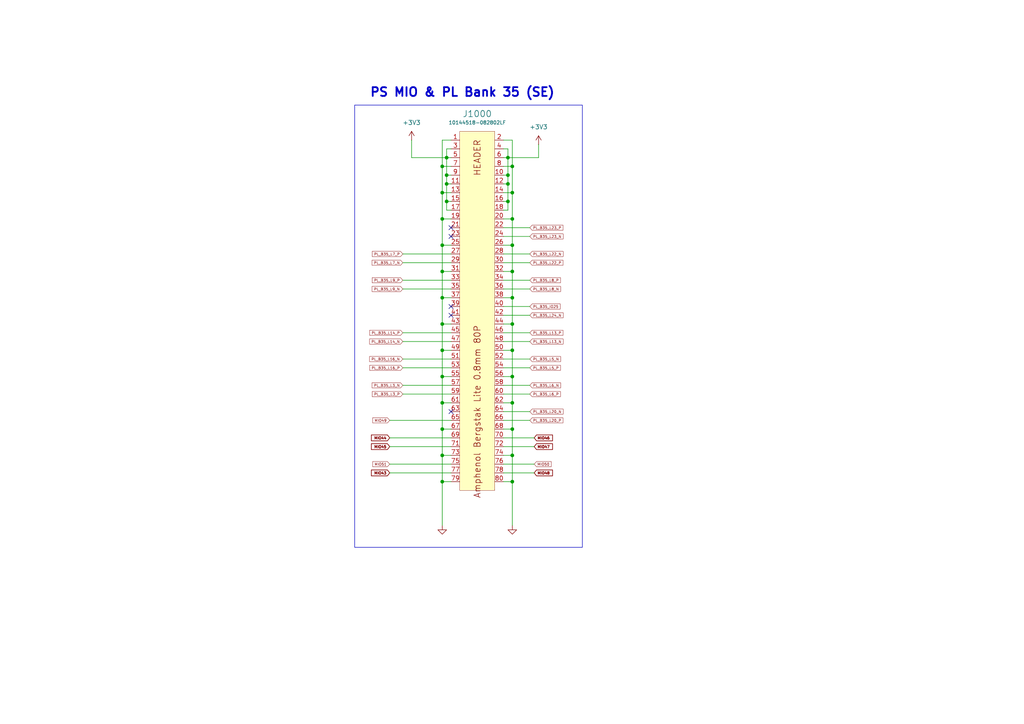
<source format=kicad_sch>
(kicad_sch (version 20231120) (generator "eeschema") (generator_version "8.0")
  (paper "A4")
  (title_block (title "Mezzanine Connectors") (date "2024-12-05"))
  (lib_symbols
    (symbol "Schematic-Lib-PhilsLab:10144518-082802LF"
      (property "Reference" "J" (at -1.27 1.27 0))
      (property "Value" "10144518-082802LF" (at -1.27 -3.81 0))
      (symbol "10144518-082802LF_1_0"
        (rectangle (start 5.08 53.34) (end -5.08 -50.8) (stroke (width 0.0254) (color 128 0 0 1)) (fill (type background)))
        (text "Amphenol Bergstak Lite 0.8mm 80P" (at 0 -27.94 900) (effects (font (size 1.8288 1.8288))))
        (text "HEADER" (at 0 45.72 900) (effects (font (size 1.8288 1.8288))))
        (pin passive line (at -7.62 50.8 0) (length 2.54) (name "") (number "1"))
        (pin passive line (at 7.62 40.64 180) (length 2.54) (name "") (number "10"))
        (pin passive line (at -7.62 38.1 0) (length 2.54) (name "") (number "11"))
        (pin passive line (at 7.62 38.1 180) (length 2.54) (name "") (number "12"))
        (pin passive line (at -7.62 35.56 0) (length 2.54) (name "") (number "13"))
        (pin passive line (at 7.62 35.56 180) (length 2.54) (name "") (number "14"))
        (pin passive line (at -7.62 33.02 0) (length 2.54) (name "") (number "15"))
        (pin passive line (at 7.62 33.02 180) (length 2.54) (name "") (number "16"))
        (pin passive line (at -7.62 30.48 0) (length 2.54) (name "") (number "17"))
        (pin passive line (at 7.62 30.48 180) (length 2.54) (name "") (number "18"))
        (pin passive line (at -7.62 27.94 0) (length 2.54) (name "") (number "19"))
        (pin passive line (at 7.62 50.8 180) (length 2.54) (name "") (number "2"))
        (pin passive line (at 7.62 27.94 180) (length 2.54) (name "") (number "20"))
        (pin passive line (at -7.62 25.4 0) (length 2.54) (name "") (number "21"))
        (pin passive line (at 7.62 25.4 180) (length 2.54) (name "") (number "22"))
        (pin passive line (at -7.62 22.86 0) (length 2.54) (name "") (number "23"))
        (pin passive line (at 7.62 22.86 180) (length 2.54) (name "") (number "24"))
        (pin passive line (at -7.62 20.32 0) (length 2.54) (name "") (number "25"))
        (pin passive line (at 7.62 20.32 180) (length 2.54) (name "") (number "26"))
        (pin passive line (at -7.62 17.78 0) (length 2.54) (name "") (number "27"))
        (pin passive line (at 7.62 17.78 180) (length 2.54) (name "") (number "28"))
        (pin passive line (at -7.62 15.24 0) (length 2.54) (name "") (number "29"))
        (pin passive line (at -7.62 48.26 0) (length 2.54) (name "") (number "3"))
        (pin passive line (at 7.62 15.24 180) (length 2.54) (name "") (number "30"))
        (pin passive line (at -7.62 12.7 0) (length 2.54) (name "") (number "31"))
        (pin passive line (at 7.62 12.7 180) (length 2.54) (name "") (number "32"))
        (pin passive line (at -7.62 10.16 0) (length 2.54) (name "") (number "33"))
        (pin passive line (at 7.62 10.16 180) (length 2.54) (name "") (number "34"))
        (pin passive line (at -7.62 7.62 0) (length 2.54) (name "") (number "35"))
        (pin passive line (at 7.62 7.62 180) (length 2.54) (name "") (number "36"))
        (pin passive line (at -7.62 5.08 0) (length 2.54) (name "") (number "37"))
        (pin passive line (at 7.62 5.08 180) (length 2.54) (name "") (number "38"))
        (pin passive line (at -7.62 2.54 0) (length 2.54) (name "") (number "39"))
        (pin passive line (at 7.62 48.26 180) (length 2.54) (name "") (number "4"))
        (pin passive line (at 7.62 2.54 180) (length 2.54) (name "") (number "40"))
        (pin passive line (at -7.62 0 0) (length 2.54) (name "") (number "41"))
        (pin passive line (at 7.62 0 180) (length 2.54) (name "") (number "42"))
        (pin passive line (at -7.62 -2.54 0) (length 2.54) (name "") (number "43"))
        (pin passive line (at 7.62 -2.54 180) (length 2.54) (name "") (number "44"))
        (pin passive line (at -7.62 -5.08 0) (length 2.54) (name "") (number "45"))
        (pin passive line (at 7.62 -5.08 180) (length 2.54) (name "") (number "46"))
        (pin passive line (at -7.62 -7.62 0) (length 2.54) (name "") (number "47"))
        (pin passive line (at 7.62 -7.62 180) (length 2.54) (name "") (number "48"))
        (pin passive line (at -7.62 -10.16 0) (length 2.54) (name "") (number "49"))
        (pin passive line (at -7.62 45.72 0) (length 2.54) (name "") (number "5"))
        (pin passive line (at 7.62 -10.16 180) (length 2.54) (name "") (number "50"))
        (pin passive line (at -7.62 -12.7 0) (length 2.54) (name "") (number "51"))
        (pin passive line (at 7.62 -12.7 180) (length 2.54) (name "") (number "52"))
        (pin passive line (at -7.62 -15.24 0) (length 2.54) (name "") (number "53"))
        (pin passive line (at 7.62 -15.24 180) (length 2.54) (name "") (number "54"))
        (pin passive line (at -7.62 -17.78 0) (length 2.54) (name "") (number "55"))
        (pin passive line (at 7.62 -17.78 180) (length 2.54) (name "") (number "56"))
        (pin passive line (at -7.62 -20.32 0) (length 2.54) (name "") (number "57"))
        (pin passive line (at 7.62 -20.32 180) (length 2.54) (name "") (number "58"))
        (pin passive line (at -7.62 -22.86 0) (length 2.54) (name "") (number "59"))
        (pin passive line (at 7.62 45.72 180) (length 2.54) (name "") (number "6"))
        (pin passive line (at 7.62 -22.86 180) (length 2.54) (name "") (number "60"))
        (pin passive line (at -7.62 -25.4 0) (length 2.54) (name "") (number "61"))
        (pin passive line (at 7.62 -25.4 180) (length 2.54) (name "") (number "62"))
        (pin passive line (at -7.62 -27.94 0) (length 2.54) (name "") (number "63"))
        (pin passive line (at 7.62 -27.94 180) (length 2.54) (name "") (number "64"))
        (pin passive line (at -7.62 -30.48 0) (length 2.54) (name "") (number "65"))
        (pin passive line (at 7.62 -30.48 180) (length 2.54) (name "") (number "66"))
        (pin passive line (at -7.62 -33.02 0) (length 2.54) (name "") (number "67"))
        (pin passive line (at 7.62 -33.02 180) (length 2.54) (name "") (number "68"))
        (pin passive line (at -7.62 -35.56 0) (length 2.54) (name "") (number "69"))
        (pin passive line (at -7.62 43.18 0) (length 2.54) (name "") (number "7"))
        (pin passive line (at 7.62 -35.56 180) (length 2.54) (name "") (number "70"))
        (pin passive line (at -7.62 -38.1 0) (length 2.54) (name "") (number "71"))
        (pin passive line (at 7.62 -38.1 180) (length 2.54) (name "") (number "72"))
        (pin passive line (at -7.62 -40.64 0) (length 2.54) (name "") (number "73"))
        (pin passive line (at 7.62 -40.64 180) (length 2.54) (name "") (number "74"))
        (pin passive line (at -7.62 -43.18 0) (length 2.54) (name "") (number "75"))
        (pin passive line (at 7.62 -43.18 180) (length 2.54) (name "") (number "76"))
        (pin passive line (at -7.62 -45.72 0) (length 2.54) (name "") (number "77"))
        (pin passive line (at 7.62 -45.72 180) (length 2.54) (name "") (number "78"))
        (pin passive line (at -7.62 -48.26 0) (length 2.54) (name "") (number "79"))
        (pin passive line (at 7.62 43.18 180) (length 2.54) (name "") (number "8"))
        (pin passive line (at 7.62 -48.26 180) (length 2.54) (name "") (number "80"))
        (pin passive line (at -7.62 40.64 0) (length 2.54) (name "") (number "9"))
      )
    )
    (symbol "power:+1V0" (power) (pin_numbers hide) (pin_names (offset 0) hide)
      (property "Value" "+1V0" (at 0 3.556 0))
      (symbol "+1V0_0_1"
        (polyline (pts (xy -0.762 1.27) (xy 0 2.54)))
        (polyline (pts (xy 0 0) (xy 0 2.54)))
        (polyline (pts (xy 0 2.54) (xy 0.762 1.27)))
      )
      (symbol "+1V0_1_1"
        (pin power_in line (at 0 0 90) (length 0) (name "~") (number "1"))
      )
    )
    (symbol "power:GND" (power) (pin_numbers hide) (pin_names (offset 0) hide)
      (property "Value" "GND" (at 0 -3.81 0))
      (symbol "GND_0_1"
        (polyline (pts (xy 0 0) (xy 0 -1.27) (xy 1.27 -1.27) (xy 0 -2.54) (xy -1.27 -1.27) (xy 0 -1.27)))
      )
      (symbol "GND_1_1"
        (pin power_in line (at 0 0 270) (length 0) (name "~") (number "1"))
      )
    )
  )
  (junction (at 128.27 124.46))
  (junction (at 148.59 86.36))
  (junction (at 147.32 45.72))
  (junction (at 148.59 55.88))
  (junction (at 147.32 58.42))
  (junction (at 129.54 45.72))
  (junction (at 147.32 53.34))
  (junction (at 147.32 50.8))
  (junction (at 128.27 78.74))
  (junction (at 148.59 101.6))
  (junction (at 128.27 132.08))
  (junction (at 129.54 58.42))
  (junction (at 148.59 124.46))
  (junction (at 148.59 78.74))
  (junction (at 128.27 71.12))
  (junction (at 148.59 139.7))
  (junction (at 128.27 109.22))
  (junction (at 148.59 116.84))
  (junction (at 128.27 93.98))
  (junction (at 128.27 116.84))
  (junction (at 128.27 101.6))
  (junction (at 128.27 139.7))
  (junction (at 128.27 63.5))
  (junction (at 148.59 63.5))
  (junction (at 128.27 48.26))
  (junction (at 129.54 53.34))
  (junction (at 148.59 109.22))
  (junction (at 148.59 48.26))
  (junction (at 128.27 55.88))
  (junction (at 128.27 86.36))
  (junction (at 148.59 71.12))
  (junction (at 148.59 93.98))
  (junction (at 129.54 50.8))
  (junction (at 148.59 132.08))
  (no_connect (at 130.81 119.38))
  (no_connect (at 130.81 91.44))
  (no_connect (at 130.81 68.58))
  (no_connect (at 130.81 88.9))
  (no_connect (at 130.81 66.04))
  (wire (pts (xy 146.05 81.28) (xy 153.67 81.28)))
  (wire (pts (xy 148.59 132.08) (xy 148.59 139.7)))
  (wire (pts (xy 129.54 50.8) (xy 129.54 45.72)))
  (wire (pts (xy 146.05 66.04) (xy 153.67 66.04)))
  (wire (pts (xy 148.59 152.4) (xy 148.59 139.7)))
  (wire (pts (xy 148.59 48.26) (xy 146.05 48.26)))
  (wire (pts (xy 146.05 73.66) (xy 153.67 73.66)))
  (wire (pts (xy 130.81 50.8) (xy 129.54 50.8)))
  (wire (pts (xy 128.27 109.22) (xy 130.81 109.22)))
  (wire (pts (xy 128.27 124.46) (xy 130.81 124.46)))
  (wire (pts (xy 116.84 106.68) (xy 130.81 106.68)))
  (wire (pts (xy 147.32 53.34) (xy 146.05 53.34)))
  (wire (pts (xy 129.54 53.34) (xy 129.54 58.42)))
  (wire (pts (xy 128.27 63.5) (xy 130.81 63.5)))
  (wire (pts (xy 129.54 58.42) (xy 129.54 60.96)))
  (wire (pts (xy 116.84 99.06) (xy 130.81 99.06)))
  (wire (pts (xy 148.59 78.74) (xy 146.05 78.74)))
  (wire (pts (xy 128.27 116.84) (xy 128.27 124.46)))
  (wire (pts (xy 116.84 96.52) (xy 130.81 96.52)))
  (wire (pts (xy 148.59 116.84) (xy 146.05 116.84)))
  (wire (pts (xy 148.59 101.6) (xy 148.59 109.22)))
  (wire (pts (xy 113.03 121.92) (xy 130.81 121.92)))
  (wire (pts (xy 128.27 71.12) (xy 130.81 71.12)))
  (wire (pts (xy 146.05 99.06) (xy 153.67 99.06)))
  (wire (pts (xy 116.84 81.28) (xy 130.81 81.28)))
  (wire (pts (xy 128.27 139.7) (xy 130.81 139.7)))
  (wire (pts (xy 128.27 55.88) (xy 130.81 55.88)))
  (wire (pts (xy 148.59 124.46) (xy 146.05 124.46)))
  (wire (pts (xy 128.27 78.74) (xy 128.27 86.36)))
  (wire (pts (xy 148.59 55.88) (xy 148.59 63.5)))
  (wire (pts (xy 116.84 73.66) (xy 130.81 73.66)))
  (wire (pts (xy 148.59 63.5) (xy 148.59 71.12)))
  (wire (pts (xy 146.05 111.76) (xy 153.67 111.76)))
  (wire (pts (xy 128.27 40.64) (xy 128.27 48.26)))
  (wire (pts (xy 128.27 101.6) (xy 128.27 109.22)))
  (wire (pts (xy 148.59 124.46) (xy 148.59 132.08)))
  (wire (pts (xy 148.59 78.74) (xy 148.59 86.36)))
  (wire (pts (xy 113.03 134.62) (xy 130.81 134.62)))
  (wire (pts (xy 146.05 83.82) (xy 153.67 83.82)))
  (wire (pts (xy 128.27 63.5) (xy 128.27 71.12)))
  (wire (pts (xy 146.05 50.8) (xy 147.32 50.8)))
  (wire (pts (xy 130.81 58.42) (xy 129.54 58.42)))
  (wire (pts (xy 147.32 45.72) (xy 156.21 45.72)))
  (wire (pts (xy 148.59 132.08) (xy 146.05 132.08)))
  (wire (pts (xy 129.54 50.8) (xy 129.54 53.34)))
  (wire (pts (xy 148.59 93.98) (xy 146.05 93.98)))
  (wire (pts (xy 146.05 96.52) (xy 153.67 96.52)))
  (wire (pts (xy 147.32 60.96) (xy 146.05 60.96)))
  (wire (pts (xy 113.03 137.16) (xy 130.81 137.16)))
  (wire (pts (xy 154.94 127) (xy 146.05 127)))
  (wire (pts (xy 146.05 43.18) (xy 147.32 43.18)))
  (wire (pts (xy 146.05 40.64) (xy 148.59 40.64)))
  (wire (pts (xy 146.05 134.62) (xy 154.94 134.62)))
  (wire (pts (xy 156.21 45.72) (xy 156.21 41.91)))
  (wire (pts (xy 148.59 101.6) (xy 146.05 101.6)))
  (wire (pts (xy 128.27 109.22) (xy 128.27 116.84)))
  (wire (pts (xy 128.27 93.98) (xy 130.81 93.98)))
  (wire (pts (xy 148.59 109.22) (xy 148.59 116.84)))
  (wire (pts (xy 154.94 129.54) (xy 146.05 129.54)))
  (wire (pts (xy 113.03 129.54) (xy 130.81 129.54)))
  (wire (pts (xy 146.05 76.2) (xy 153.67 76.2)))
  (wire (pts (xy 148.59 86.36) (xy 148.59 93.98)))
  (wire (pts (xy 128.27 93.98) (xy 128.27 101.6)))
  (wire (pts (xy 147.32 45.72) (xy 146.05 45.72)))
  (wire (pts (xy 128.27 55.88) (xy 128.27 63.5)))
  (wire (pts (xy 147.32 43.18) (xy 147.32 45.72)))
  (wire (pts (xy 148.59 86.36) (xy 146.05 86.36)))
  (wire (pts (xy 116.84 114.3) (xy 130.81 114.3)))
  (wire (pts (xy 129.54 53.34) (xy 130.81 53.34)))
  (wire (pts (xy 146.05 119.38) (xy 153.67 119.38)))
  (wire (pts (xy 147.32 58.42) (xy 147.32 60.96)))
  (wire (pts (xy 129.54 60.96) (xy 130.81 60.96)))
  (wire (pts (xy 146.05 114.3) (xy 153.67 114.3)))
  (wire (pts (xy 116.84 104.14) (xy 130.81 104.14)))
  (wire (pts (xy 128.27 116.84) (xy 130.81 116.84)))
  (wire (pts (xy 129.54 43.18) (xy 129.54 45.72)))
  (wire (pts (xy 128.27 101.6) (xy 130.81 101.6)))
  (wire (pts (xy 148.59 71.12) (xy 148.59 78.74)))
  (wire (pts (xy 128.27 71.12) (xy 128.27 78.74)))
  (wire (pts (xy 146.05 58.42) (xy 147.32 58.42)))
  (wire (pts (xy 128.27 86.36) (xy 128.27 93.98)))
  (wire (pts (xy 128.27 48.26) (xy 128.27 55.88)))
  (wire (pts (xy 128.27 152.4) (xy 128.27 139.7)))
  (wire (pts (xy 128.27 86.36) (xy 130.81 86.36)))
  (wire (pts (xy 146.05 104.14) (xy 153.67 104.14)))
  (wire (pts (xy 154.94 137.16) (xy 146.05 137.16)))
  (wire (pts (xy 148.59 116.84) (xy 148.59 124.46)))
  (wire (pts (xy 128.27 132.08) (xy 128.27 139.7)))
  (wire (pts (xy 148.59 109.22) (xy 146.05 109.22)))
  (wire (pts (xy 130.81 43.18) (xy 129.54 43.18)))
  (wire (pts (xy 146.05 106.68) (xy 153.67 106.68)))
  (wire (pts (xy 146.05 91.44) (xy 153.67 91.44)))
  (wire (pts (xy 128.27 132.08) (xy 130.81 132.08)))
  (wire (pts (xy 128.27 78.74) (xy 130.81 78.74)))
  (wire (pts (xy 128.27 124.46) (xy 128.27 132.08)))
  (wire (pts (xy 116.84 111.76) (xy 130.81 111.76)))
  (wire (pts (xy 119.38 45.72) (xy 129.54 45.72)))
  (wire (pts (xy 147.32 50.8) (xy 147.32 53.34)))
  (wire (pts (xy 113.03 127) (xy 130.81 127)))
  (wire (pts (xy 146.05 121.92) (xy 153.67 121.92)))
  (wire (pts (xy 129.54 45.72) (xy 130.81 45.72)))
  (wire (pts (xy 146.05 88.9) (xy 153.67 88.9)))
  (wire (pts (xy 119.38 40.64) (xy 119.38 45.72)))
  (wire (pts (xy 148.59 55.88) (xy 146.05 55.88)))
  (wire (pts (xy 146.05 68.58) (xy 153.67 68.58)))
  (wire (pts (xy 148.59 48.26) (xy 148.59 55.88)))
  (wire (pts (xy 116.84 76.2) (xy 130.81 76.2)))
  (wire (pts (xy 148.59 40.64) (xy 148.59 48.26)))
  (wire (pts (xy 116.84 83.82) (xy 130.81 83.82)))
  (wire (pts (xy 147.32 53.34) (xy 147.32 58.42)))
  (wire (pts (xy 148.59 63.5) (xy 146.05 63.5)))
  (wire (pts (xy 128.27 48.26) (xy 130.81 48.26)))
  (wire (pts (xy 148.59 71.12) (xy 146.05 71.12)))
  (wire (pts (xy 147.32 45.72) (xy 147.32 50.8)))
  (wire (pts (xy 148.59 93.98) (xy 148.59 101.6)))
  (wire (pts (xy 130.81 40.64) (xy 128.27 40.64)))
  (wire (pts (xy 148.59 139.7) (xy 146.05 139.7)))
  (rectangle (start 102.87 30.48) (end 168.91 158.75))
  (text "PS MIO & PL Bank 35 (SE)" (at 134.112 26.924 0) (effects (font (size 2.54 2.54) (thickness 0.508) (bold yes))))
  (global_label "MIO44" (shape input) (at 113.03 127 180) (effects (font (size 0.762 0.762) (thickness 0.254) (bold yes))) (property "Intersheetrefs" "${INTERSHEET_REFS}" (effects (hide yes))))
  (global_label "PL_B35_L6_P" (shape input) (at 153.67 114.3 0) (effects (font (size 0.762 0.762) (thickness 0.0953))) (property "Intersheetrefs" "${INTERSHEET_REFS}" (effects (hide yes))))
  (global_label "PL_B35_L23_N" (shape input) (at 153.67 68.58 0) (effects (font (size 0.762 0.762) (thickness 0.0953))) (property "Intersheetrefs" "${INTERSHEET_REFS}" (effects (hide yes))))
  (global_label "MIO46" (shape input) (at 154.94 127 0) (effects (font (size 0.762 0.762) (thickness 0.254) (bold yes))) (property "Intersheetrefs" "${INTERSHEET_REFS}" (effects (hide yes))))
  (global_label "PL_B35_IO25" (shape input) (at 153.67 88.9 0) (effects (font (size 0.762 0.762) (thickness 0.0953))) (property "Intersheetrefs" "${INTERSHEET_REFS}" (effects (hide yes))))
  (global_label "PL_B35_L24_N" (shape input) (at 153.67 91.44 0) (effects (font (size 0.762 0.762) (thickness 0.0953))) (property "Intersheetrefs" "${INTERSHEET_REFS}" (effects (hide yes))))
  (global_label "PL_B35_L9_N" (shape input) (at 116.84 83.82 180) (effects (font (size 0.762 0.762) (thickness 0.0953))) (property "Intersheetrefs" "${INTERSHEET_REFS}" (effects (hide yes))))
  (global_label "PL_B35_L13_P" (shape input) (at 153.67 96.52 0) (effects (font (size 0.762 0.762) (thickness 0.0953))) (property "Intersheetrefs" "${INTERSHEET_REFS}" (effects (hide yes))))
  (global_label "PL_B35_L5_N" (shape input) (at 153.67 104.14 0) (effects (font (size 0.762 0.762) (thickness 0.0953))) (property "Intersheetrefs" "${INTERSHEET_REFS}" (effects (hide yes))))
  (global_label "PL_B35_L8_N" (shape input) (at 153.67 83.82 0) (effects (font (size 0.762 0.762) (thickness 0.0953))) (property "Intersheetrefs" "${INTERSHEET_REFS}" (effects (hide yes))))
  (global_label "MIO50" (shape input) (at 154.94 134.62 0) (effects (font (size 0.762 0.762) (thickness 0.0953))) (property "Intersheetrefs" "${INTERSHEET_REFS}" (effects (hide yes))))
  (global_label "MIO47" (shape input) (at 154.94 129.54 0) (effects (font (size 0.762 0.762) (thickness 0.254) (bold yes))) (property "Intersheetrefs" "${INTERSHEET_REFS}" (effects (hide yes))))
  (global_label "PL_B35_L6_N" (shape input) (at 153.67 111.76 0) (effects (font (size 0.762 0.762) (thickness 0.0953))) (property "Intersheetrefs" "${INTERSHEET_REFS}" (effects (hide yes))))
  (global_label "MIO49" (shape input) (at 113.03 121.92 180) (effects (font (size 0.762 0.762) (thickness 0.0953))) (property "Intersheetrefs" "${INTERSHEET_REFS}" (effects (hide yes))))
  (global_label "PL_B35_L20_P" (shape input) (at 153.67 121.92 0) (effects (font (size 0.762 0.762) (thickness 0.0953))) (property "Intersheetrefs" "${INTERSHEET_REFS}" (effects (hide yes))))
  (global_label "PL_B35_L14_P" (shape input) (at 116.84 96.52 180) (effects (font (size 0.762 0.762) (thickness 0.0953))) (property "Intersheetrefs" "${INTERSHEET_REFS}" (effects (hide yes))))
  (global_label "PL_B35_L14_N" (shape input) (at 116.84 99.06 180) (effects (font (size 0.762 0.762) (thickness 0.0953))) (property "Intersheetrefs" "${INTERSHEET_REFS}" (effects (hide yes))))
  (global_label "MIO48" (shape input) (at 154.94 137.16 0) (effects (font (size 0.762 0.762) (thickness 0.254) (bold yes))) (property "Intersheetrefs" "${INTERSHEET_REFS}" (effects (hide yes))))
  (global_label "PL_B35_L16_P" (shape input) (at 116.84 106.68 180) (effects (font (size 0.762 0.762) (thickness 0.0953))) (property "Intersheetrefs" "${INTERSHEET_REFS}" (effects (hide yes))))
  (global_label "PL_B35_L23_P" (shape input) (at 153.67 66.04 0) (effects (font (size 0.762 0.762) (thickness 0.0953))) (property "Intersheetrefs" "${INTERSHEET_REFS}" (effects (hide yes))))
  (global_label "MIO43" (shape input) (at 113.03 137.16 180) (effects (font (size 0.762 0.762) (thickness 0.254) (bold yes))) (property "Intersheetrefs" "${INTERSHEET_REFS}" (effects (hide yes))))
  (global_label "PL_B35_L7_P" (shape input) (at 116.84 73.66 180) (effects (font (size 0.762 0.762) (thickness 0.0953))) (property "Intersheetrefs" "${INTERSHEET_REFS}" (effects (hide yes))))
  (global_label "MIO51" (shape input) (at 113.03 134.62 180) (effects (font (size 0.762 0.762) (thickness 0.0953))) (property "Intersheetrefs" "${INTERSHEET_REFS}" (effects (hide yes))))
  (global_label "PL_B35_L13_N" (shape input) (at 153.67 99.06 0) (effects (font (size 0.762 0.762) (thickness 0.0953))) (property "Intersheetrefs" "${INTERSHEET_REFS}" (effects (hide yes))))
  (global_label "PL_B35_L3_N" (shape input) (at 116.84 111.76 180) (effects (font (size 0.762 0.762) (thickness 0.0953))) (property "Intersheetrefs" "${INTERSHEET_REFS}" (effects (hide yes))))
  (global_label "MIO45" (shape input) (at 113.03 129.54 180) (effects (font (size 0.762 0.762) (thickness 0.254) (bold yes))) (property "Intersheetrefs" "${INTERSHEET_REFS}" (effects (hide yes))))
  (global_label "PL_B35_L22_P" (shape input) (at 153.67 76.2 0) (effects (font (size 0.762 0.762) (thickness 0.0953))) (property "Intersheetrefs" "${INTERSHEET_REFS}" (effects (hide yes))))
  (global_label "PL_B35_L22_N" (shape input) (at 153.67 73.66 0) (effects (font (size 0.762 0.762) (thickness 0.0953))) (property "Intersheetrefs" "${INTERSHEET_REFS}" (effects (hide yes))))
  (global_label "PL_B35_L5_P" (shape input) (at 153.67 106.68 0) (effects (font (size 0.762 0.762) (thickness 0.0953))) (property "Intersheetrefs" "${INTERSHEET_REFS}" (effects (hide yes))))
  (global_label "PL_B35_L7_N" (shape input) (at 116.84 76.2 180) (effects (font (size 0.762 0.762) (thickness 0.0953))) (property "Intersheetrefs" "${INTERSHEET_REFS}" (effects (hide yes))))
  (global_label "PL_B35_L20_N" (shape input) (at 153.67 119.38 0) (effects (font (size 0.762 0.762) (thickness 0.0953))) (property "Intersheetrefs" "${INTERSHEET_REFS}" (effects (hide yes))))
  (global_label "PL_B35_L16_N" (shape input) (at 116.84 104.14 180) (effects (font (size 0.762 0.762) (thickness 0.0953))) (property "Intersheetrefs" "${INTERSHEET_REFS}" (effects (hide yes))))
  (global_label "PL_B35_L9_P" (shape input) (at 116.84 81.28 180) (effects (font (size 0.762 0.762) (thickness 0.0953))) (property "Intersheetrefs" "${INTERSHEET_REFS}" (effects (hide yes))))
  (global_label "PL_B35_L8_P" (shape input) (at 153.67 81.28 0) (effects (font (size 0.762 0.762) (thickness 0.0953))) (property "Intersheetrefs" "${INTERSHEET_REFS}" (effects (hide yes))))
  (global_label "PL_B35_L3_P" (shape input) (at 116.84 114.3 180) (effects (font (size 0.762 0.762) (thickness 0.0953))) (property "Intersheetrefs" "${INTERSHEET_REFS}" (effects (hide yes))))
  (symbol (lib_id "power:GND") (at 128.27 152.4 0) (unit 1)
    (property "Reference" "#PWR0209" (effects (hide yes)))
    (property "Value" "GND" (effects (hide yes)))
    (property "Description" "Power symbol creates a global label with name \"GND\" , ground" (effects (hide yes)))
  )
  (symbol (lib_id "power:GND") (at 148.59 152.4 0) (unit 1)
    (property "Reference" "#PWR0210" (effects (hide yes)))
    (property "Value" "GND" (effects (hide yes)))
    (property "Description" "Power symbol creates a global label with name \"GND\" , ground" (effects (hide yes)))
  )
  (symbol (lib_id "Schematic-Lib-PhilsLab:10144518-082802LF") (at 138.43 91.44 0) (unit 1)
    (property "Reference" "J1000" (at 138.43 33.02 0) (effects (font (size 1.8288 1.8288))))
    (property "Value" "10144518-082802LF" (at 138.43 35.56 0) (effects (font (size 1.016 1.016))))
    (property "Footprint" "Footprint-Lib-PhilsLab:10144518-082802LF" (effects (hide yes)))
    (property "Description" "BergStak® Lite 0.80mm, Board-to-Board Connector, 80 Positions, Dual Row, Vertical Header" (effects (hide yes)))
    (property "Manufacturer" "Amphenol" (effects (hide yes)))
    (property "Manufacturer Part Number" "10144518-082802LF" (effects (hide yes)))
    (property "LCSC" "C3653168" (effects (hide yes)))
  )
  (symbol (lib_id "power:+1V0") (at 156.21 41.91 0) (unit 1)
    (property "Reference" "#PWR0208" (effects (hide yes)))
    (property "Value" "+3V3" (at 156.21 36.83 0))
    (property "Description" "Power symbol creates a global label with name \"+1V0\"" (effects (hide yes)))
  )
  (symbol (lib_id "power:+1V0") (at 119.38 40.64 0) (unit 1)
    (property "Reference" "#PWR0207" (effects (hide yes)))
    (property "Value" "+3V3" (at 119.38 35.56 0))
    (property "Description" "Power symbol creates a global label with name \"+1V0\"" (effects (hide yes)))
  )
)
</source>
